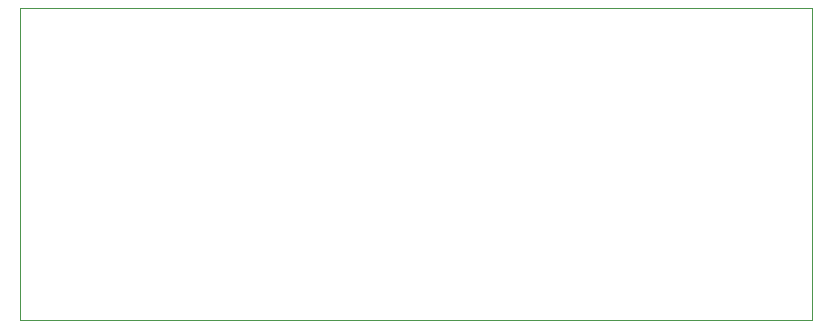
<source format=gm1>
G04 #@! TF.GenerationSoftware,KiCad,Pcbnew,6.0.6*
G04 #@! TF.CreationDate,2022-07-17T12:38:06-07:00*
G04 #@! TF.ProjectId,ultimate-uart-bridge,756c7469-6d61-4746-952d-756172742d62,rev?*
G04 #@! TF.SameCoordinates,Original*
G04 #@! TF.FileFunction,Profile,NP*
%FSLAX46Y46*%
G04 Gerber Fmt 4.6, Leading zero omitted, Abs format (unit mm)*
G04 Created by KiCad (PCBNEW 6.0.6) date 2022-07-17 12:38:06*
%MOMM*%
%LPD*%
G01*
G04 APERTURE LIST*
G04 #@! TA.AperFunction,Profile*
%ADD10C,0.050000*%
G04 #@! TD*
G04 APERTURE END LIST*
D10*
X99568000Y-93980000D02*
X166624000Y-93980000D01*
X166624000Y-93980000D02*
X166624000Y-67564000D01*
X166624000Y-67564000D02*
X99568000Y-67564000D01*
X99568000Y-67564000D02*
X99568000Y-93980000D01*
M02*

</source>
